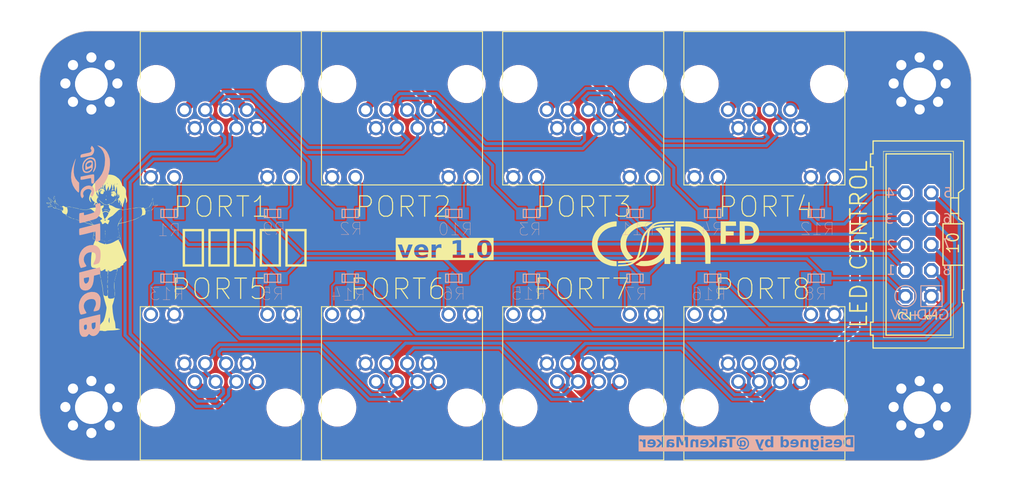
<source format=kicad_pcb>
(kicad_pcb (version 20221018) (generator pcbnew)
  (layers (0 "F.Cu" signal) (31 "B.Cu" signal) (34 "B.Paste" user) (35 "F.Paste" user) (36 "B.SilkS" user "B.Silkscreen") (37 "F.SilkS" user "F.Silkscreen") (38 "B.Mask" user) (39 "F.Mask" user) (44 "Edge.Cuts" user))
  (net 0 "")
  (net 1 "+5V")
  (net 2 "GND")
  (net 3 "N$2")
  (net 4 "N$1")
  (net 5 "N$3")
  (net 6 "N$4")
  (net 7 "N$5")
  (net 8 "N$6")
  (net 9 "N$7")
  (net 10 "N$8")
  (net 11 "N$9")
  (net 12 "LED1")
  (net 13 "N$10")
  (net 14 "N$11")
  (net 15 "N$12")
  (net 16 "N$13")
  (net 17 "N$14")
  (net 18 "N$15")
  (net 19 "N$16")
  (net 20 "LED2")
  (net 21 "LED3")
  (net 22 "LED4")
  (net 23 "LED5")
  (net 24 "LED6")
  (net 25 "LED7")
  (net 26 "LED8")
  (net 27 "CAN_L-")
  (net 28 "CAN_H+")
  (footprint "CANFD_HUB:3,2" (layer "F.Cu") (at 189.1511 120.8786)
    (fp_text reference "H4" hide)
    (fp_text value "MOUNT-HOLE3.2(NORESIST)" hide)
  )
  (footprint "CANFD_HUB:MTJ-88ARX1-LH" (layer "F.Cu") (at 162.4811 89.1286 180)
    (fp_text reference "PORT3")
    (fp_text value "MTJ-88ARX1-LH")
  )
  (footprint "CANFD_HUB:3,2" (layer "F.Cu") (at 107.8711 120.8786)
    (fp_text reference "H3" hide)
    (fp_text value "MOUNT-HOLE3.2(NORESIST)" hide)
  )
  (footprint "CANFD_HUB:MTJ-88ARX1-LH" (layer "F.Cu") (at 126.9211 89.1286 180)
    (fp_text reference "PORT1")
    (fp_text value "MTJ-88ARX1-LH")
  )
  (footprint "CANFD_HUB:3,2" (layer "F.Cu") (at 189.1511 89.1286)
    (fp_text reference "H2" hide)
    (fp_text value "MOUNT-HOLE3.2(NORESIST)" hide)
  )
  (footprint "CANFD_HUB:MTJ-88ARX1-LH" (layer "F.Cu") (at 180.2611 89.1286 180)
    (fp_text reference "PORT4")
    (fp_text value "MTJ-88ARX1-LH")
  )
  (footprint "CANFD_HUB:Hinyata" (layer "F.Cu") (at 108.95 105.69)
    (fp_text reference "G***" hide)
    (fp_text value "LOGO" hide)
  )
  (footprint "CANFD_HUB:ML10" (layer "F.Cu") (at 189.0241 104.8766 90)
    (fp_text reference "LED CONTROL")
    (fp_text value "")
  )
  (footprint "CANFD_HUB:MTJ-88ARX1-LH" (layer "F.Cu") (at 149.7811 120.8786)
    (fp_text reference "PORT7")
    (fp_text value "MTJ-88ARX1-LH")
  )
  (footprint "CANFD_HUB:MTJ-88ARX1-LH" (layer "F.Cu") (at 144.7011 89.1286 180)
    (fp_text reference "PORT2")
    (fp_text value "MTJ-88ARX1-LH")
  )
  (footprint "CANFD_HUB:CANFD" (layer "F.Cu") (at 164.71 104.63)
    (fp_text reference "G***" hide)
    (fp_text value "LOGO" hide)
  )
  (footprint "CANFD_HUB:3,2" (layer "F.Cu") (at 107.8711 89.1286)
    (fp_text reference "H1" hide)
    (fp_text value "MOUNT-HOLE3.2(NORESIST)" hide)
  )
  (footprint "CANFD_HUB:MTJ-88ARX1-LH" (layer "F.Cu") (at 132.0011 120.8786)
    (fp_text reference "PORT6")
    (fp_text value "MTJ-88ARX1-LH")
  )
  (footprint "CANFD_HUB:MTJ-88ARX1-LH" (layer "F.Cu") (at 167.5611 120.8786)
    (fp_text reference "PORT8")
    (fp_text value "MTJ-88ARX1-LH")
  )
  (footprint "CANFD_HUB:MTJ-88ARX1-LH" (layer "F.Cu") (at 114.2211 120.8786)
    (fp_text reference "PORT5")
    (fp_text value "MTJ-88ARX1-LH")
  )
  (footprint "CANFD_HUB:CR0603" (layer "B.Cu") (at 161.2111 101.8286)
    (fp_text reference "R11" hide)
    (fp_text value "R11")
  )
  (footprint "CANFD_HUB:CR0603" (layer "B.Cu") (at 151.0511 101.8286 180)
    (fp_text reference "R3" hide)
    (fp_text value "R3")
  )
  (footprint "CANFD_HUB:CR0603" (layer "B.Cu") (at 168.8311 101.8286 180)
    (fp_text reference "R4" hide)
    (fp_text value "R4")
  )
  (footprint "CANFD_HUB:CR0603" (layer "B.Cu") (at 133.2711 101.8286 180)
    (fp_text reference "R2" hide)
    (fp_text value "R2")
  )
  (footprint "CANFD_HUB:CR0603" (layer "B.Cu") (at 125.6511 101.8286)
    (fp_text reference "R9" hide)
    (fp_text value "R9")
  )
  (footprint "CANFD_HUB:CR0603" (layer "B.Cu") (at 125.6511 108.1786)
    (fp_text reference "R5" hide)
    (fp_text value "R5")
  )
  (footprint "CANFD_HUB:CR0603" (layer "B.Cu") (at 151.0511 108.1786 180)
    (fp_text reference "R15" hide)
    (fp_text value "R15")
  )
  (footprint "CANFD_HUB:CR0603" (layer "B.Cu") (at 133.2711 108.1786 180)
    (fp_text reference "R14" hide)
    (fp_text value "R14")
  )
  (footprint "CANFD_HUB:CR0603" (layer "B.Cu") (at 161.2111 108.1786)
    (fp_text reference "R7" hide)
    (fp_text value "R7")
  )
  (footprint "CANFD_HUB:CR0603" (layer "B.Cu") (at 143.4311 108.1786)
    (fp_text reference "R6" hide)
    (fp_text value "R6")
  )
  (footprint "CANFD_HUB:CR0603" (layer "B.Cu") (at 178.9911 108.1786)
    (fp_text reference "R8" hide)
    (fp_text value "R8")
  )
  (footprint "CANFD_HUB:CR0603" (layer "B.Cu") (at 143.4311 101.8286)
    (fp_text reference "R10" hide)
    (fp_text value "R10")
  )
  (footprint "CANFD_HUB:CR0603" (layer "B.Cu") (at 115.4911 108.1786 180)
    (fp_text reference "R13" hide)
    (fp_text value "R13")
  )
  (footprint "CANFD_HUB:CR0603" (layer "B.Cu") (at 178.9911 101.8286)
    (fp_text reference "R12" hide)
    (fp_text value "R12")
  )
  (footprint "CANFD_HUB:JLCPCb_logo" (layer "B.Cu") (at 107.73 104.45 -90)
    (fp_text reference "G***" hide)
    (fp_text value "LOGO" hide)
  )
  (footprint "CANFD_HUB:CR0603" (layer "B.Cu") (at 168.8311 108.1786 180)
    (fp_text reference "R16" hide)
    (fp_text value "R16")
  )
  (footprint "CANFD_HUB:CR0603" (layer "B.Cu") (at 115.4911 101.8286 180)
    (fp_text reference "R1" hide)
    (fp_text value "R1")
  )
  (gr_rect (start 189.265 108.92) (end 191.355 110.96) (stroke (width 0.1)) (fill none) (layer "B.SilkS"))
  (gr_circle (center 187.758475 109.94) (end 188.328475 110.82) (stroke (width 0.1)) (fill none) (layer "B.SilkS"))
  (gr_line (start 194.2111 121.0856) (end 194.2111 88.9216) (stroke (width 0.05)) (layer "Edge.Cuts"))
  (gr_line (start 189.2111 83.9216) (end 107.7911 83.9216) (stroke (width 0.05)) (layer "Edge.Cuts"))
  (gr_arc (start 107.7911 126.0856) (mid 104.255566 124.621134) (end 102.7911 121.0856) (stroke (width 0.05)) (layer "Edge.Cuts"))
  (gr_line (start 107.7911 126.0856) (end 189.2111 126.0856) (stroke (width 0.05)) (layer "Edge.Cuts"))
  (gr_arc (start 189.2111 83.9216) (mid 192.746634 85.386066) (end 194.2111 88.9216) (stroke (width 0.05)) (layer "Edge.Cuts"))
  (gr_line (start 102.7911 88.9216) (end 102.7911 121.0856) (stroke (width 0.05)) (layer "Edge.Cuts"))
  (gr_arc (start 102.7911 88.9216) (mid 104.255566 85.386066) (end 107.7911 83.9216) (stroke (width 0.05)) (layer "Edge.Cuts"))
  (gr_arc (start 194.2111 121.0856) (mid 192.746634 124.621134) (end 189.2111 126.0856) (stroke (width 0.05)) (layer "Edge.Cuts"))
  (gr_text "Designed by @TakenMaker" (at 182.76 124.94) (layer "B.SilkS" knockout) (effects (font (size 1 1) (thickness 0.2) bold italic) (justify left bottom mirror)))
  (gr_text "1" (at 186.79 108.03) (layer "B.SilkS") (effects (font (size 1 1) (thickness 0.1)) (justify left bottom mirror)))
  (gr_text "5" (at 192.34 100.43) (layer "B.SilkS") (effects (font (size 1 1) (thickness 0.1)) (justify left bottom mirror)))
  (gr_text "8" (at 192.29 108.04) (layer "B.SilkS") (effects (font (size 1 1) (thickness 0.1)) (justify left bottom mirror)))
  (gr_text "7" (at 192.29 105.45) (layer "B.SilkS") (effects (font (size 1 1) (thickness 0.1)) (justify left bottom mirror)))
  (gr_text "6" (at 192.3 102.99) (layer "B.SilkS") (effects (font (size 1 1) (thickness 0.1)) (justify left bottom mirror)))
  (gr_text "2\n" (at 186.78 105.57) (layer "B.SilkS") (effects (font (size 1 1) (thickness 0.1)) (justify left bottom mirror)))
  (gr_text "3" (at 186.61 103) (layer "B.SilkS") (effects (font (size 1 1) (thickness 0.1)) (justify left bottom mirror)))
  (gr_text "4" (at 186.71 100.47) (layer "B.SilkS") (effects (font (size 1 1) (thickness 0.1)) (justify left bottom mirror)))
  (gr_text "GND" (at 192.04 112.41) (layer "B.SilkS") (effects (font (size 1 1) (thickness 0.1)) (justify left bottom mirror)))
  (gr_text "+5V" (at 189.28 112.41) (layer "B.SilkS") (effects (font (size 1 1) (thickness 0.1)) (justify left bottom mirror)))
  (gr_text "ver 1.0" (at 137.89 106.47) (layer "F.SilkS" knockout) (effects (font (size 1.7 1.7) (thickness 0.2) bold italic) (justify left bottom)))
  (gr_text "ひなたハブ" (at 116.62 106.81) (layer "F.SilkS") (effects (font (size 3 3) (thickness 0.1)) (justify left bottom)))
  (segment (start 174.4161 121.3936) (end 174.4261 121.3936) (width 0.8) (layer "F.Cu") (net 1))
  (segment (start 138.8561 121.3936) (end 138.8661 121.3936) (width 0.8) (layer "F.Cu") (net 1))
  (segment (start 140.9011 90.7896) (end 140.9011 91.6686) (width 0.8) (layer "F.Cu") (net 1))
  (segment (start 156.3076 87.9221) (end 156.3216 87.9221) (width 0.8) (layer "F.Cu") (net 1))
  (segment (start 153.8451 85.4456) (end 171.6251 85.4456) (width 0.8) (layer "F.Cu") (net 1))
  (segment (start 156.3216 87.9221) (end 158.6811 90.2816) (width 0.8) (layer "F.Cu") (net 1))
  (segment (start 153.8451 85.4456) (end 156.3216 87.9221) (width 0.8) (layer "F.Cu") (net 1))
  (segment (start 171.1501 124.6696) (end 174.4261 121.3936) (width 0.8) (layer "F.Cu") (net 1))
  (segment (start 156.6461 121.3936) (end 159.7011 118.3386) (width 0.8) (layer "F.Cu") (net 1))
  (segment (start 176.4611 90.2816) (end 176.4611 91.6686) (width 0.8) (layer "F.Cu") (net 1))
  (segment (start 153.3701 124.6696) (end 156.6461 121.3936) (width 0.8) (layer "F.Cu") (net 1))
  (segment (start 152.5611 91.6686) (end 156.3076 87.9221) (width 0.8) (layer "F.Cu") (net 1))
  (segment (start 153.3701 124.6696) (end 171.1501 124.6696) (width 0.8) (layer "F.Cu") (net 1))
  (segment (start 182.8011 113.0186) (end 182.8011 109.9566) (width 0.8) (layer "F.Cu") (net 1))
  (segment (start 135.5571 85.4456) (end 138.2241 88.1126) (width 0.8) (layer "F.Cu") (net 1))
  (segment (start 138.8661 121.3936) (end 141.9211 118.3386) (width 0.8) (layer "F.Cu") (net 1))
  (segment (start 135.5571 85.4456) (end 153.8451 85.4456) (width 0.8) (layer "F.Cu") (net 1))
  (segment (start 135.8011 118.3386) (end 138.8561 121.3936) (width 0.8) (layer "F.Cu") (net 1))
  (segment (start 171.3611 118.3386) (end 174.4161 121.3936) (width 0.8) (layer "F.Cu") (net 1))
  (segment (start 135.5901 124.6696) (end 138.8661 121.3936) (width 0.8) (layer "F.Cu") (net 1))
  (segment (start 124.3521 124.6696) (end 135.5901 124.6696) (width 0.8) (layer "F.Cu") (net 1))
  (segment (start 170.3411 91.6686) (end 174.0876 87.9221) (width 0.8) (layer "F.Cu") (net 1))
  (segment (start 120.0561 88.6136) (end 123.2241 85.4456) (width 0.8) (layer "F.Cu") (net 1))
  (segment (start 156.6361 121.3936) (end 156.6461 121.3936) (width 0.8) (layer "F.Cu") (net 1))
  (segment (start 121.0741 121.3916) (end 124.3521 124.6696) (width 0.8) (layer "F.Cu") (net 1))
  (segment (start 171.6251 85.4456) (end 174.1016 87.9221) (width 0.8) (layer "F.Cu") (net 1))
  (segment (start 158.6811 90.2816) (end 158.6811 91.6686) (width 0.8) (layer "F.Cu") (net 1))
  (segment (start 174.1016 87.9221) (end 176.4611 90.2816) (width 0.8) (layer "F.Cu") (net 1))
  (segment (start 174.0876 87.9221) (end 174.1016 87.9221) (width 0.8) (layer "F.Cu") (net 1))
  (segment (start 153.5811 118.3386) (end 156.6361 121.3936) (width 0.8) (layer "F.Cu") (net 1))
  (segment (start 134.7811 91.5556) (end 138.2241 88.1126) (width 0.8) (layer "F.Cu") (net 1))
  (segment (start 124.1411 118.3386) (end 121.0881 121.3916) (width 0.8) (layer "F.Cu") (net 1))
  (segment (start 121.0881 121.3916) (end 121.0741 121.3916) (width 0.8) (layer "F.Cu") (net 1))
  (segment (start 135.5901 124.6696) (end 153.3701 124.6696) (width 0.8) (layer "F.Cu") (net 1))
  (segment (start 174.4261 121.3936) (end 177.4811 118.3386) (width 0.8) (layer "F.Cu") (net 1))
  (segment (start 138.2241 88.1126) (end 140.9011 90.7896) (width 0.8) (layer "F.Cu") (net 1))
  (segment (start 182.8011 109.9566) (end 182.8011 96.6216) (width 0.8) (layer "F.Cu") (net 1))
  (segment (start 123.1211 91.6686) (end 120.0661 88.6136) (width 0.8) (layer "F.Cu") (net 1))
  (segment (start 187.7541 109.9566) (end 182.8011 109.9566) (width 0.8) (layer "F.Cu") (net 1))
  (segment (start 117.0011 91.6686) (end 120.0561 88.6136) (width 0.8) (layer "F.Cu") (net 1))
  (segment (start 123.2241 85.4456) (end 135.5571 85.4456) (width 0.8) (layer "F.Cu") (net 1))
  (segment (start 120.0661 88.6136) (end 120.0561 88.6136) (width 0.8) (layer "F.Cu") (net 1))
  (segment (start 118.0211 118.3386) (end 121.0741 121.3916) (width 0.8) (layer "F.Cu") (net 1))
  (segment (start 177.4811 118.3386) (end 182.8011 113.0186) (width 0.8) (layer "F.Cu") (net 1))
  (segment (start 182.8011 96.6216) (end 176.4611 90.2816) (width 0.8) (layer "F.Cu") (net 1))
  (segment (start 134.7811 91.6686) (end 134.7811 91.5556) (width 0.8) (layer "F.Cu") (net 1))
  (segment (start 146.3917 106.218) (end 160.2505 106.218) (width 0.3) (layer "B.Cu") (net 1))
  (segment (start 126.6511 108.1786) (end 123.3491 104.8766) (width 0.3) (layer "B.Cu") (net 1))
  (segment (start 141.7801 91.6686) (end 140.9011 91.6686) (width 0.3) (layer "B.Cu") (net 1))
  (segment (start 128.6117 106.218) (end 142.4705 106.218) (width 0.3) (layer "B.Cu") (net 1))
  (segment (start 167.8311 101.8286) (end 165.0211 99.0186) (width 0.3) (layer "B.Cu") (net 1))
  (segment (start 129.2071 98.7646) (end 129.2071 96.753394) (width 0.3) (layer "B.Cu") (net 1))
  (segment (start 179.9911 108.1786) (end 185.9761 108.1786) (width 0.3) (layer "B.Cu") (net 1))
  (segment (start 123.3491 104.8766) (end 117.3961 104.8766) (width 0.3) (layer "B.Cu") (net 1))
  (segment (start 178.0861 106.2736) (end 179.9911 108.1786) (width 0.3) (layer "B.Cu") (net 1))
  (segment (start 147.2411 97.1296) (end 141.7801 91.6686) (width 0.3) (layer "B.Cu") (net 1))
  (segment (start 150.0511 101.8286) (end 147.2411 99.0186) (width 0.3) (layer "B.Cu") (net 1))
  (segment (start 124.122306 91.6686) (end 123.1211 91.6686) (width 0.3) (layer "B.Cu") (net 1))
  (segment (start 142.4705 106.218) (end 144.4311 108.1786) (width 0.3) (layer "B.Cu") (net 1))
  (segment (start 144.4311 108.1786) (end 146.3917 106.218) (width 0.3) (layer "B.Cu") (net 1))
  (segment (start 147.2411 99.0186) (end 147.2411 97.1296) (width 0.3) (layer "B.Cu") (net 1))
  (segment (start 164.1161 106.2736) (end 178.0861 106.2736) (width 0.3) (layer "B.Cu") (net 1))
  (segment (start 165.0211 97.345332) (end 159.344368 91.6686) (width 0.3) (layer "B.Cu") (net 1))
  (segment (start 162.2111 108.1786) (end 164.1161 106.2736) (width 0.3) (layer "B.Cu") (net 1))
  (segment (start 165.0211 99.0186) (end 165.0211 97.345332) (width 0.3) (layer "B.Cu") (net 1))
  (segment (start 159.344368 91.6686) (end 158.6811 91.6686) (width 0.3) (layer "B.Cu") (net 1))
  (segment (start 114.4911 101.9716) (end 114.4911 101.8286) (width 0.3) (layer "B.Cu") (net 1))
  (segment (start 129.2071 96.753394) (end 124.122306 91.6686) (width 0.3) (layer "B.Cu") (net 1))
  (segment (start 117.3961 104.8766) (end 114.4911 101.9716) (width 0.3) (layer "B.Cu") (net 1))
  (segment (start 185.9761 108.1786) (end 187.7541 109.9566) (width 0.3) (layer "B.Cu") (net 1))
  (segment (start 126.6511 108.1786) (end 128.6117 106.218) (width 0.3) (layer "B.Cu") (net 1))
  (segment (start 132.2711 101.8286) (end 129.2071 98.7646) (width 0.3) (layer "B.Cu") (net 1))
  (segment (start 160.2505 106.218) (end 162.2111 108.1786) (width 0.3) (layer "B.Cu") (net 1))
  (via (at 109.675493 119.016207) (size 1.4064) (drill 1) (layers "F.Cu" "B.Cu") (net 2))
  (via (at 187.346706 90.874994) (size 1.4064) (drill 1) (layers "F.Cu" "B.Cu") (net 2))
  (via (at 189.1511 118.2688) (size 1.4064) (drill 1) (layers "F.Cu" "B.Cu") (net 2))
  (via (at 110.4229 120.8206) (size 1.4064) (drill 1) (layers "F.Cu" "B.Cu") (net 2))
  (via (at 189.1511 123.3724) (size 1.4064) (drill 1) (layers "F.Cu" "B.Cu") (net 2))
  (via (at 107.8711 86.5188) (size 1.4064) (drill 1) (layers "F.Cu" "B.Cu") (net 2))
  (via (at 186.5993 120.8206) (size 1.4064) (drill 1) (layers "F.Cu" "B.Cu") (net 2))
  (via (at 191.7029 120.8206) (size 1.4064) (drill 1) (layers "F.Cu" "B.Cu") (net 2))
  (via (at 190.955493 122.624994) (size 1.4064) (drill 1) (layers "F.Cu" "B.Cu") (net 2))
  (via (at 109.675493 87.266207) (size 1.4064) (drill 1) (layers "F.Cu" "B.Cu") (net 2))
  (via (at 107.8711 118.2688) (size 1.4064) (drill 1) (layers "F.Cu" "B.Cu") (net 2))
  (via (at 107.8711 123.3724) (size 1.4064) (drill 1) (layers "F.Cu" "B.Cu") (net 2))
  (via (at 191.7029 89.0706) (size 1.4064) (drill 1) (layers "F.Cu" "B.Cu") (net 2))
  (via (at 109.675493 122.624994) (size 1.4064) (drill 1) (layers "F.Cu" "B.Cu") (net 2))
  (via (at 107.8711 91.6224) (size 1.4064) (drill 1) (layers "F.Cu" "B.Cu") (net 2))
  (via (at 189.1511 86.5188) (size 1.4064) (drill 1) (layers "F.Cu" "B.Cu") (net 2))
  (via (at 187.346706 87.266207) (size 1.4064) (drill 1) (layers "F.Cu" "B.Cu") (net 2))
  (via (at 190.955493 87.266207) (size 1.4064) (drill 1) (layers "F.Cu" "B.Cu") (net 2))
  (via (at 106.066706 119.016207) (size 1.4064) (drill 1) (layers "F.Cu" "B.Cu") (net 2))
  (via (at 106.066706 122.624994) (size 1.4064) (drill 1) (layers "F.Cu" "B.Cu") (net 2))
  (via (at 186.5993 89.0706) (size 1.4064) (drill 1) (layers "F.Cu" "B.Cu") (net 2))
  (via (at 189.1511 91.6224) (size 1.4064) (drill 1) (layers "F.Cu" "B.Cu") (net 2))
  (via (at 105.3193 89.0706) (size 1.4064) (drill 1) (layers "F.Cu" "B.Cu") (net 2))
  (via (at 190.955493 119.016207) (size 1.4064) (drill 1) (layers "F.Cu" "B.Cu") (net 2))
  (via (at 190.955493 90.874994) (size 1.4064) (drill 1) (layers "F.Cu" "B.Cu") (net 2))
  (via (at 106.066706 90.874994) (size 1.4064) (drill 1) (layers "F.Cu" "B.Cu") (net 2))
  (via (at 187.346706 122.624994) (size 1.4064) (drill 1) (layers "F.Cu" "B.Cu") (net 2))
  (via (at 109.675493 90.874994) (size 1.4064) (drill 1) (layers "F.Cu" "B.Cu") (net 2))
  (via (at 187.346706 119.016207) (size 1.4064) (drill 1) (layers "F.Cu" "B.Cu") (net 2))
  (via (at 110.4229 89.0706) (size 1.4064) (drill 1) (layers "F.Cu" "B.Cu") (net 2))
  (via (at 106.066706 87.266207) (size 1.4064) (drill 1) (layers "F.Cu" "B.Cu") (net 2))
  (via (at 105.3193 120.8206) (size 1.4064) (drill 1) (layers "F.Cu" "B.Cu") (net 2))
  (segment (start 116.4911 98.7586) (end 116.0011 98.2686) (width 0.2) (layer "B.Cu") (net 3))
  (segment (start 116.4911 101.8286) (end 116.4911 98.7586) (width 0.2) (layer "B.Cu") (net 3))
  (segment (start 134.2711 98.7586) (end 133.7811 98.2686) (width 0.2) (layer "B.Cu") (net 4))
  (segment (start 134.2711 101.8286) (end 134.2711 98.7586) (width 0.2) (layer "B.Cu") (net 4))
  (segment (start 152.0511 98.7586) (end 151.5611 98.2686) (width 0.2) (layer "B.Cu") (net 5))
  (segment (start 152.0511 101.8286) (end 152.0511 98.7586) (width 0.2) (layer "B.Cu") (net 5))
  (segment (start 169.8311 101.8286) (end 169.8311 98.7586) (width 0.2) (layer "B.Cu") (net 6))
  (segment (start 169.8311 98.7586) (end 169.3411 98.2686) (width 0.2) (layer "B.Cu") (net 6))
  (segment (start 124.6511 108.1786) (end 124.6511 111.2486) (width 0.2) (layer "B.Cu") (net 7))
  (segment (start 124.6511 111.2486) (end 125.1411 111.7386) (width 0.2) (layer "B.Cu") (net 7))
  (segment (start 142.4311 108.1786) (end 142.4311 111.2486) (width 0.2) (layer "B.Cu") (net 8))
  (segment (start 142.4311 111.2486) (end 142.9211 111.7386) (width 0.2) (layer "B.Cu") (net 8))
  (segment (start 160.2111 108.1786) (end 160.2111 111.2486) (width 0.2) (layer "B.Cu") (net 9))
  (segment (start 160.2111 111.2486) (end 160.7011 111.7386) (width 0.2) (layer "B.Cu") (net 9))
  (segment (start 177.9911 108.1786) (end 177.9911 111.2486) (width 0.2) (layer "B.Cu") (net 10))
  (segment (start 177.9911 111.2486) (end 178.4811 111.7386) (width 0.2) (layer "B.Cu") (net 10))
  (segment (start 127.4311 101.0486) (end 126.6511 101.8286) (width 0.2) (layer "B.Cu") (net 11))
  (segment (start 127.4311 98.2686) (end 127.4311 101.0486) (width 0.2) (layer "B.Cu") (net 11))
  (segment (start 124.6511 101.8286) (end 128.5881 105.7656) (width 0.3) (layer "B.Cu") (net 12))
  (segment (start 186.1031 105.7656) (end 187.7541 107.4166) (width 0.3) (layer "B.Cu") (net 12))
  (segment (start 128.5881 105.7656) (end 186.1031 105.7656) (width 0.3) (layer "B.Cu") (net 12))
  (segment (start 144.4311 101.8286) (end 144.4311 99.0486) (width 0.2) (layer "B.Cu") (net 13))
  (segment (start 144.4311 99.0486) (end 145.2111 98.2686) (width 0.2) (layer "B.Cu") (net 13))
  (segment (start 162.9911 101.0486) (end 162.2111 101.8286) (width 0.2) (layer "B.Cu") (net 14))
  (segment (start 162.9911 98.2686) (end 162.9911 101.0486) (width 0.2) (layer "B.Cu") (net 14))
  (segment (start 179.9911 101.8286) (end 179.9911 99.0486) (width 0.2) (layer "B.Cu") (net 15))
  (segment (start 179.9911 99.0486) (end 180.7711 98.2686) (width 0.2) (layer "B.Cu") (net 15))
  (segment (start 113.7111 108.9586) (end 113.7111 111.7386) (width 0.2) (layer "B.Cu") (net 16))
  (segment (start 114.4911 108.1786) (end 113.7111 108.9586) (width 0.2) (layer "B.Cu") (net 16))
  (segment (start 131.4911 108.9586) (end 131.4911 111.7386) (width 0.2) (layer "B.Cu") (net 17))
  (segment (start 132.2711 108.1786) (end 131.4911 108.9586) (width 0.2) (layer "B.Cu") (net 17))
  (segment (start 149.2711 108.9586) (end 149.2711 111.7386) (width 0.2) (layer "B.Cu") (net 18))
  (segment (start 150.0511 108.1786) (end 149.2711 108.9586) (width 0.2) (layer "B.Cu") (net 18))
  (segment (start 167.8311 108.1786) (end 167.0511 108.9586) (width 0.2) (layer "B.Cu") (net 19))
  (segment (start 167.0511 108.9586) (end 167.0511 111.7386) (width 0.2) (layer "B.Cu") (net 19))
  (segment (start 142.4311 102.0986) (end 145.1535 104.821) (width 0.3) (layer "B.Cu") (net 20))
  (segment (start 187.6985 104.821) (end 187.7541 104.8766) (width 0.3) (layer "B.Cu") (net 20))
  (segment (start 142.4311 101.8286) (end 142.4311 102.0986) (width 0.3) (layer "B.Cu") (net 20))
  (segment (start 145.1535 104.821) (end 187.6985 104.821) (width 0.3) (layer "B.Cu") (net 20))
  (segment (start 184.0711 102.3366) (end 182.5471 103.8606) (width 0.3) (layer "B.Cu") (net 21))
  (segment (start 162.2431 103.8606) (end 160.2111 101.8286) (width 0.3) (layer "B.Cu") (net 21))
  (segment (start 187.7541 102.3366) (end 184.0711 102.3366) (width 0.3) (layer "B.Cu") (net 21))
  (segment (start 182.5471 103.8606) (end 162.2431 103.8606) (width 0.3) (layer "B.Cu") (net 21))
  (segment (start 177.9911 101.8286) (end 177.9911 101.864257) (width 0.3) (layer "B.Cu") (net 22))
  (segment (start 178.984843 102.858) (end 177.9911 101.864257) (width 0.3) (layer "B.Cu") (net 22))
  (segment (start 178.984843 102.858) (end 181.7717 102.858) (width 0.3) (layer "B.Cu") (net 22))
  (segment (start 181.7717 102.858) (end 184.8331 99.7966) (width 0.3) (layer "B.Cu") (net 22))
  (segment (start 184.8331 99.7966) (end 187.7541 99.7966) (width 0.3) (layer "B.Cu") (net 22))
  (segment (start 193.0325 110.788582) (end 189.713281 114.1078) (width 0.3) (layer "B.Cu") (net 23))
  (segment (start 122.4203 114.1078) (end 116.4911 108.1786) (width 0.3) (layer "B.Cu") (net 23))
  (segment (start 193.0325 102.535) (end 193.0325 110.788582) (width 0.3) (layer "B.Cu") (net 23))
  (segment (start 190.2941 99.7966) (end 193.0325 102.535) (width 0.3) (layer "B.Cu") (net 23))
  (segment (start 189.713281 114.1078) (end 122.4203 114.1078) (width 0.3) (layer "B.Cu") (net 23))
  (segment (start 192.5801 110.601188) (end 192.5801 104.6226) (width 0.3) (layer "B.Cu") (net 24))
  (segment (start 139.7479 113.6554) (end 189.525887 113.6554) (width 0.3) (layer "B.Cu") (net 24))
  (segment (start 189.525887 113.6554) (end 192.5801 110.601188) (width 0.3) (layer "B.Cu") (net 24))
  (segment (start 134.2711 108.1786) (end 139.7479 113.6554) (width 0.3) (layer "B.Cu") (net 24))
  (segment (start 192.5801 104.6226) (end 190.2941 102.3366) (width 0.3) (layer "B.Cu") (net 24))
  (segment (start 189.338493 113.203) (end 157.0755 113.203) (width 0.3) (layer "B.Cu") (net 25))
  (segment (start 192.0165 110.524994) (end 189.338493 113.203) (width 0.3) (layer "B.Cu") (net 25))
  (segment (start 190.2941 104.8766) (end 192.0165 106.599) (width 0.3) (layer "B.Cu") (net 25))
  (segment (start 157.0755 113.203) (end 152.0511 108.1786) (width 0.3) (layer "B.Cu") (net 25))
  (segment (start 192.0165 106.599) (end 192.0165 110.524994) (width 0.3) (layer "B.Cu") (net 25))
  (segment (start 191.4371 110.4646) (end 189.1511 112.7506) (width 0.3) (layer "B.Cu") (net 26))
  (segment (start 191.4371 108.4326) (end 191.4371 110.4646) (width 0.3) (layer "B.Cu") (net 26))
  (segment (start 190.2941 107.4166) (end 190.4211 107.4166) (width 0.3) (layer "B.Cu") (net 26))
  (segment (start 174.4031 112.7506) (end 169.8311 108.1786) (width 0.3) (layer "B.Cu") (net 26))
  (segment (start 189.1511 112.7506) (end 174.4031 112.7506) (width 0.3) (layer "B.Cu") (net 26))
  (segment (start 191.4371 108.4326) (end 190.4211 107.4166) (width 0.3) (layer "B.Cu") (net 26))
  (segment (start 137.8411 92.6886) (end 137.8411 93.4486) (width 0.3) (layer "B.Cu") (net 27))
  (segment (start 138.9861 94.5936) (end 137.8411 93.4486) (width 0.3) (layer "B.Cu") (net 27))
  (segment (start 120.9521 94.3396) (end 120.0611 93.4486) (width 0.3) (layer "B.Cu") (net 27))
  (segment (start 156.0041 115.6716) (end 156.6391 115.0366) (width 0.3) (layer "B.Cu") (net 27))
  (segment (start 120.0611 92.6886) (end 120.0611 93.4486) (width 0.3) (layer "B.Cu") (net 27))
  (segment (start 122.1011 118.3386) (end 121.0811 117.3186) (width 0.3) (layer "B.Cu") (net 27))
  (segment (start 130.233175 115.1636) (end 135.130575 120.061) (width 0.3) (layer "B.Cu") (net 27))
  (segment (start 138.2281 95.3516) (end 138.9861 94.5936) (width 0.3) (layer "B.Cu") (net 27))
  (segment (start 155.8771 94.9706) (end 156.2581 94.5896) (width 0.3) (layer "B.Cu") (net 27))
  (segment (start 157.6611 118.3386) (end 156.6411 117.3186) (width 0.3) (layer "B.Cu") (net 27))
  (segment (start 156.0041 115.9216) (end 156.0041 115.6716) (width 0.3) (layer "B.Cu") (net 27))
  (segment (start 121.0811 116.5586) (end 121.0811 116.4316) (width 0.3) (layer "B.Cu") (net 27))
  (segment (start 156.397693 89.562494) (end 158.859618 89.562494) (width 0.3) (layer "B.Cu") (net 27))
  (segment (start 111.1731 113.771394) (end 111.1731 98.570175) (width 0.3) (layer "B.Cu") (net 27))
  (segment (start 158.859618 89.562494) (end 164.013725 94.7166) (width 0.3) (layer "B.Cu") (net 27))
  (segment (start 139.514893 115.0126) (end 138.8611 115.666394) (width 0.3) (layer "B.Cu") (net 27))
  (segment (start 138.108106 90.0732) (end 141.698625 90.0732) (width 0.3) (layer "B.Cu") (net 27))
  (segment (start 138.8611 116.5586) (end 138.8611 117.3186) (width 0.3) (layer "B.Cu") (net 27))
  (segment (start 120.3885 115.739) (end 120.3885 115.4176) (width 0.3) (layer "B.Cu") (net 27))
  (segment (start 170.8027 120.061) (end 165.7783 115.0366) (width 0.3) (layer "B.Cu") (net 27))
  (segment (start 172.3811 91.6686) (end 173.4011 92.6886) (width 0.3) (layer "B.Cu") (net 27))
  (segment (start 156.2581 94.0856) (end 155.6211 93.4486) (width 0.3) (layer "B.Cu") (net 27))
  (segment (start 173.4011 92.6886) (end 173.4011 93.4486) (width 0.3) (layer "B.Cu") (net 27))
  (segment (start 121.3331 119.692025) (end 120.273525 120.7516) (width 0.3) (layer "B.Cu") (net 27))
  (segment (start 146.596025 94.9706) (end 155.8771 94.9706) (width 0.3) (layer "B.Cu") (net 27))
  (segment (start 121.0811 117.3186) (end 121.0811 116.5586) (width 0.3) (layer "B.Cu") (net 27))
  (segment (start 174.4211 117.3186) (end 174.4211 116.5586) (width 0.3) (layer "B.Cu") (net 27))
  (segment (start 138.8611 116.5586) (end 138.8611 115.666394) (width 0.3) (layer "B.Cu") (net 27))
  (segment (start 121.0811 116.4316) (end 120.3885 115.739) (width 0.3) (layer "B.Cu") (net 27))
  (segment (start 165.7783 115.0366) (end 156.6391 115.0366) (width 0.3) (layer "B.Cu") (net 27))
  (segment (start 118.153306 120.7516) (end 111.1731 113.771394) (width 0.3) (layer "B.Cu") (net 27))
  (segment (start 113.756675 95.9866) (end 119.9361 95.9866) (width 0.3) (layer "B.Cu") (net 27))
  (segment (start 129.142575 95.3516) (end 138.2281 95.3516) (width 0.3) (layer "B.Cu") (net 27))
  (segment (start 120.9521 94.9706) (end 120.9521 94.3396) (width 0.3) (layer "B.Cu") (net 27))
  (segment (start 120.273525 120.7516) (end 118.153306 120.7516) (width 0.3) (layer "B.Cu") (net 27))
  (segment (start 121.3331 119.1066) (end 121.3331 119.692025) (width 0.3) (layer "B.Cu") (net 27))
  (segment (start 157.6611 118.3386) (end 155.9387 120.061) (width 0.3) (layer "B.Cu") (net 27))
  (segment (start 137.7161 90.7736) (end 137.7161 90.465207) (width 0.3) (layer "B.Cu") (net 27))
  (segment (start 156.6411 116.5586) (end 156.0041 115.9216) (width 0.3) (layer "B.Cu") (net 27))
  (segment (start 147.9743 115.0126) (end 139.514893 115.0126) (width 0.3) (layer "B.Cu") (net 27))
  (segment (start 173.7187 120.061) (end 170.8027 120.061) (width 0.3) (layer "B.Cu") (net 27))
  (segment (start 139.8811 118.3386) (end 138.1587 120.061) (width 0.3) (layer "B.Cu") (net 27))
  (segment (start 135.130575 120.061) (end 138.1587 120.061) (width 0.3) (layer "B.Cu") (net 27))
  (segment (start 156.397693 89.562494) (end 154.6011 91.359088) (width 0.3) (layer "B.Cu") (net 27))
  (segment (start 111.1731 98.570175) (end 113.756675 95.9866) (width 0.3) (layer "B.Cu") (net 27))
  (segment (start 137.7161 90.465207) (end 138.108106 90.0732) (width 0.3) (layer "B.Cu") (net 27))
  (segment (start 155.6211 92.6886) (end 155.6211 93.4486) (width 0.3) (layer "B.Cu") (net 27))
  (segment (start 119.9361 95.9866) (end 120.9521 94.9706) (width 0.3) (layer "B.Cu") (net 27))
  (segment (start 156.2581 94.5896) (end 156.2581 94.0856) (width 0.3) (layer "B.Cu") (net 27))
  (segment (start 174.2901 94.3376) (end 173.4011 93.4486) (width 0.3) (layer "B.Cu") (net 27))
  (segment (start 136.8211 91.6686) (end 137.8411 92.6886) (width 0.3) (layer "B.Cu") (net 27))
  (segment (start 119.0411 91.6686) (end 120.0611 92.6886) (width 0.3) (layer "B.Cu") (net 27))
  (segment (start 175.4411 118.3386) (end 173.7187 120.061) (width 0.3) (layer "B.Cu") (net 27))
  (segment (start 120.3885 115.4176) (end 120.6425 115.1636) (width 0.3) (layer "B.Cu") (net 27))
  (segment (start 156.6411 117.3186) (end 156.6411 116.5586) (width 0.3) (layer "B.Cu") (net 27))
  (segment (start 123.664118 89.873144) (end 129.142575 95.3516) (width 0.3) (layer "B.Cu") (net 27))
  (segment (start 120.6425 115.1636) (end 130.233175 115.1636) (width 0.3) (layer "B.Cu") (net 27))
  (segment (start 173.9111 94.7166) (end 174.2901 94.3376) (width 0.3) (layer "B.Cu") (net 27))
  (segment (start 122.1011 118.3386) (end 121.3331 119.1066) (width 0.3) (layer "B.Cu") (net 27))
  (segment (start 153.0227 120.061) (end 147.9743 115.0126) (width 0.3) (layer "B.Cu") (net 27))
  (segment (start 164.013725 94.7166) (end 173.9111 94.7166) (width 0.3) (layer "B.Cu") (net 27))
  (segment (start 154.6011 91.6686) (end 155.6211 92.6886) (width 0.3) (layer "B.Cu") (net 27))
  (segment (start 119.0411 91.6686) (end 120.836556 89.873144) (width 0.3) (layer "B.Cu") (net 27))
  (segment (start 141.698625 90.0732) (end 146.596025 94.9706) (width 0.3) (layer "B.Cu") (net 27))
  (segment (start 175.4411 118.3386) (end 174.4211 117.3186) (width 0.3) (layer "B.Cu") (net 27))
  (segment (start 155.9387 120.061) (end 153.0227 120.061) (width 0.3) (layer "B.Cu") (net 27))
  (segment (start 154.6011 91.6686) (end 154.6011 91.359088) (width 0.3) (layer "B.Cu") (net 27))
  (segment (start 139.8811 118.3386) (end 138.8611 117.3186) (width 0.3) (layer "B.Cu") (net 27))
  (segment (start 120.836556 89.873144) (end 123.664118 89.873144) (width 0.3) (layer "B.Cu") (net 27))
  (segment (start 136.8211 91.6686) (end 137.7161 90.7736) (width 0.3) (layer "B.Cu") (net 27))
  (segment (start 173.4011 118.3386) (end 173.4011 118.7196) (width 0.3) (layer "B.Cu") (net 28))
  (segment (start 146.445906 95.460275) (end 156.079937 95.460275) (width 0.3) (layer "B.Cu") (net 28))
  (segment (start 175.4411 92.6886) (end 175.4411 93.4486) (width 0.3) (layer "B.Cu") (net 28))
  (segment (start 156.6411 91.6686) (end 157.6611 92.6886) (width 0.3) (layer "B.Cu") (net 28))
  (segment (start 141.511231 90.5256) (end 146.445906 95.460275) (width 0.3) (layer "B.Cu") (net 28))
  (segment (start 174.4211 91.6686) (end 175.4411 92.6886) (width 0.3) (layer "B.Cu") (net 28))
  (segment (start 121.4601 95.181025) (end 121.4601 94.0896) (width 0.3) (layer "B.Cu") (net 28))
  (segment (start 121.046843 90.366332) (end 123.459831 90.366332) (width 0.3) (layer "B.Cu") (net 28))
  (segment (start 121.0811 91.6686) (end 122.1011 92.6886) (width 0.3) (layer "B.Cu") (net 28))
  (segment (start 138.8611 91.6686) (end 139.8811 92.6886) (width 0.3) (layer "B.Cu") (net 28))
  (segment (start 136.8211 116.4316) (end 136.8211 116.5586) (width 0.3) (layer "B.Cu") (net 28))
  (segment (start 165.9657 114.5842) (end 156.336506 114.5842) (width 0.3) (layer "B.Cu") (net 28))
  (segment (start 156.079937 95.460275) (end 157.6611 93.879113) (width 0.3) (layer "B.Cu") (net 28))
  (segment (start 119.0411 117.3186) (end 120.0611 118.3386) (width 0.3) (layer "B.Cu") (net 28))
  (segment (start 139.8811 94.392075) (end 139.8811 93.4486) (width 0.3) (layer "B.Cu") (net 28))
  (segment (start 172.5121 119.6086) (end 170.9901 119.6086) (width 0.3) (layer "B.Cu") (net 28))
  (segment (start 138.3511 90.5256) (end 141.511231 90.5256) (width 0.3) (layer "B.Cu") (net 28))
  (segment (start 174.099618 95.171707) (end 175.4411 93.830225) (width 0.3) (layer "B.Cu") (net 28))
  (segment (start 120.437175 90.976) (end 121.046843 90.366332) (width 0.3) (layer "B.Cu") (net 28))
  (segment (start 148.1617 114.5602) (end 138.6925 114.5602) (width 0.3) (layer "B.Cu") (net 28))
  (segment (start 119.0411 116.5586) (end 119.0411 117.3186) (width 0.3) (layer "B.Cu") (net 28))
  (segment (start 156.6411 91.1626) (end 156.0755 90.597) (width 0.3) (layer "B.Cu") (net 28))
  (segment (start 158.6711 90.0176) (end 163.825206 95.171707) (width 0.3) (layer "B.Cu") (net 28))
  (segment (start 172.3811 117.3186) (end 172.3811 116.5586) (width 0.3) (layer "B.Cu") (net 28))
  (segment (start 128.938287 95.844788) (end 138.428387 95.844788) (width 0.3) (layer "B.Cu") (net 28))
  (segment (start 135.317968 119.6086) (end 137.2101 119.6086) (width 0.3) (layer "B.Cu") (net 28))
  (segment (start 123.459831 90.366332) (end 128.938287 95.844788) (width 0.3) (layer "B.Cu") (net 28))
  (segment (start 155.6211 118.3386) (end 154.3511 119.6086) (width 0.3) (layer "B.Cu") (net 28))
  (segment (start 120.0631 120.2436) (end 118.2851 120.2436) (width 0.3) (layer "B.Cu") (net 28))
  (segment (start 157.6611 93.879113) (end 157.6611 93.4486) (width 0.3) (layer "B.Cu") (net 28))
  (segment (start 156.0755 90.597) (end 156.6549 90.0176) (width 0.3) (layer "B.Cu") (net 28))
  (segment (start 170.9901 119.6086) (end 165.9657 114.5842) (width 0.3) (layer "B.Cu") (net 28))
  (segment (start 113.9671 96.4946) (end 120.146525 96.4946) (width 0.3) (layer "B.Cu") (net 28))
  (segment (start 137.8431 118.9756) (end 137.8411 118.9736) (width 0.3) (layer "B.Cu") (net 28))
  (segment (start 156.336506 114.5842) (end 154.6011 116.319607) (width 0.3) (layer "B.Cu") (net 28))
  (segment (start 173.4011 118.7196) (end 172.5121 119.6086) (width 0.3) (layer "B.Cu") (net 28))
  (segment (start 120.146525 96.4946) (end 121.4601 95.181025) (width 0.3) (layer "B.Cu") (net 28))
  (segment (start 138.1685 90.976) (end 138.1685 90.7082) (width 0.3) (layer "B.Cu") (net 28))
  (segment (start 138.1685 90.7082) (end 138.3511 90.5256) (width 0.3) (layer "B.Cu") (net 28))
  (segment (start 136.8211 116.5586) (end 136.8211 117.3186) (width 0.3) (layer "B.Cu") (net 28))
  (segment (start 154.6011 117.3186) (end 154.6011 116.5586) (width 0.3) (layer "B.Cu") (net 28))
  (segment (start 137.8411 118.9736) (end 137.8411 118.3386) (width 0.3) (layer "B.Cu") (net 28))
  (segment (start 138.6925 114.5602) (end 136.8211 116.4316) (width 0.3) (layer "B.Cu") (net 28))
  (segment (start 111.6811 113.6396) (end 111.6811 98.7806) (width 0.3) (layer "B.Cu") (net 28))
  (segment (start 138.428387 95.844788) (end 139.8811 94.392075) (width 0.3) (layer "B.Cu") (net 28))
  (segment (start 173.4011 118.3386) (end 172.3811 117.3186) (width 0.3) (layer "B.Cu") (net 28))
  (segment (start 120.8251 119.4816) (end 120.0631 120.2436) (width 0.3) (layer "B.Cu") (net 28))
  (segment (start 155.6211 118.3386) (end 154.6011 117.3186) (width 0.3) (layer "B.Cu") (net 28))
  (segment (start 138.8611 91.6686) (end 138.1685 90.976) (width 0.3) (layer "B.Cu") (net 28))
  (segment (start 153.2101 119.6086) (end 148.1617 114.5602) (width 0.3) (layer "B.Cu") (net 28))
  (segment (start 163.825206 95.171707) (end 174.099618 95.171707) (width 0.3) (layer "B.Cu") (net 28))
  (segment (start 120.437175 91.024675) (end 120.437175 90.976) (width 0.3) (layer "B.Cu") (net 28))
  (segment (start 119.9361 115.230207) (end 120.455106 114.7112) (width 0.3) (layer "B.Cu") (net 28))
  (segment (start 137.2101 119.6086) (end 137.8431 118.9756) (width 0.3) (layer "B.Cu") (net 28))
  (segment (start 136.8211 117.3186) (end 137.8411 118.3386) (width 0.3) (layer "B.Cu") (net 28))
  (segment (start 120.8251 119.1026) (end 120.8251 119.4816) (width 0.3) (layer "B.Cu") (net 28))
  (segment (start 121.0811 91.6686) (end 120.437175 91.024675) (width 0.3) (layer "B.Cu") (net 28))
  (segment (start 119.9361 115.6636) (end 119.9361 115.230207) (width 0.3) (layer "B.Cu") (net 28))
  (segment (start 120.0611 118.3386) (end 120.8251 119.1026) (width 0.3) (layer "B.Cu") (net 28))
  (segment (start 122.1011 92.6886) (end 122.1011 93.4486) (width 0.3) (layer "B.Cu") (net 28))
  (segment (start 156.6549 90.0176) (end 158.6711 90.0176) (width 0.3) (layer "B.Cu") (net 28))
  (segment (start 119.0411 116.5586) (end 119.9361 115.6636) (width 0.3) (layer "B.Cu") (net 28))
  (segment (start 111.6811 98.7806) (end 113.9671 96.4946) (width 0.3) (layer "B.Cu") (net 28))
  (segment (start 154.6011 116.319607) (end 154.6011 116.5586) (width 0.3) (layer "B.Cu") (net 28))
  (segment (start 130.420568 114.7112) (end 135.317968 119.6086) (width 0.3) (layer "B.Cu") (net 28))
  (segment (start 157.6611 92.6886) (end 157.6611 93.4486) (width 0.3) (layer "B.Cu") (net 28))
  (segment (start 121.4601 94.0896) (end 122.1011 93.4486) (width 0.3) (layer "B.Cu") (net 28))
  (segment (start 120.455106 114.7112) (end 130.420568 114.7112) (width 0.3) (layer "B.Cu") (net 28))
  (segment (start 118.2851 120.2436) (end 111.6811 113.6396) (width 0.3) (layer "B.Cu") (net 28))
  (segment (start 175.4411 93.830225) (end 175.4411 93.4486) (width 0.3) (layer "B.Cu") (net 28))
  (segment (start 156.6411 91.6686) (end 156.6411 91.1626) (width 0.3) (layer "B.Cu") (net 28))
  (segment (start 139.8811 92.6886) (end 139.8811 93.4486) (width 0.3) (layer "B.Cu") (net 28))
  (segment (start 154.3511 119.6086) (end 153.2101 119.6086) (width 0.3) (layer "B.Cu") (net 28))
  (zone (net 2) (net_name "GND") (layer "F.Cu") (priority 6) (connect_pads (clearance 0.000001)) (min_thickness 0.0762) (fill yes (thermal_gap 0.2024) (thermal_bridge_width 0.2024))
    (polygon (pts (xy 198.1173 128.5748) (xy 98.9049 128.5748) (xy 98.9049 80.8824) (xy 198.1173 80.8824)))
  )
  (zone (net 0) (net_name "") (layer "F.Cu") (connect_pads (clearance 0)) (min_thickness 0.25)
    (keepout (tracks allowed) (vias allowed) (pads allowed) (copperpour not_allowed) (footprints allowed))
    (fill (thermal_gap 0.5) (thermal_bridge_width 0.5))
    (polygon (pts (xy 123.08 83.26) (xy 123.09 85.53) (xy 171.8 85.35) (xy 171.8 83.51)))
  )
  (zone (net 0) (net_name "") (layer "F.Cu") (connect_pads (clearance 0)) (min_thickness 0.25)
    (keepout (tracks allowed) (vias allowed) (pads allowed) (copperpour not_allowed) (footprints allowed))
    (fill (thermal_gap 0.5) (thermal_bridge_width 0.5))
    (polygon (pts (xy 124.25 124.76) (xy 124.25 126.84) (xy 171.28 127.02) (xy 171.29 124.74)))
  )
  (zone (net 0) (net_name "") (layer "B.Cu") (connect_pads (clearance 0)) (min_thickness 0.25)
    (keepout (tracks allowed) (vias allowed) (pads allowed) (copperpour not_allowed) (footprints allowed))
    (fill (thermal_gap 0.5) (thermal_bridge_width 0.5))
    (polygon (pts (xy 125.28 107.1) (xy 124.86 107.57) (xy 125.22 107.84) (xy 125.57 107.44)))
  )
  (zone (net 0) (net_name "") (layer "B.Cu") (connect_pads (clearance 0)) (min_thickness 0.25)
    (keepout (tracks allowed) (vias allowed) (pads allowed) (copperpour not_allowed) (footprints allowed))
    (fill (thermal_gap 0.5) (thermal_bridge_width 0.5))
    (polygon (pts (xy 143.14 107.07) (xy 142.67 107.56) (xy 142.98 107.8) (xy 143.41 107.36)))
  )
  (zone (net 0) (net_name "") (layer "B.Cu") (connect_pads (clearance 0)) (min_thickness 0.25)
    (keepout (tracks allowed) (vias allowed) (pads allowed) (copperpour not_allowed) (footprints allowed))
    (fill (thermal_gap 0.5) (thermal_bridge_width 0.5))
    (polygon (pts (xy 173.77 91.39) (xy 173.04 91.39) (xy 173.09 92.05) (xy 173.71 92.05)))
  )
  (zone (net 0) (net_name "") (layer "B.Cu") (connect_pads (clearance 0)) (min_thickness 0.25)
    (keepout (tracks allowed) (vias allowed) (pads allowed) (copperpour not_allowed) (footprints allowed))
    (fill (thermal_gap 0.5) (thermal_bridge_width 0.5))
    (polygon (pts (xy 182.69 104.75) (xy 162.2 104.75) (xy 162.21 103.9) (xy 182.69 103.9)))
  )
  (zone (net 0) (net_name "") (layer "B.Cu") (connect_pads (clearance 0)) (min_thickness 0.25)
    (keepout (tracks allowed) (vias allowed) (pads allowed) (copperpour not_allowed) (footprints allowed))
    (fill (thermal_gap 0.5) (thermal_bridge_width 0.5))
    (polygon (pts (xy 163.9 95.39) (xy 163.49 95.79) (xy 163.15 95.46) (xy 163.95 95.37)))
  )
  (zone (net 0) (net_name "") (layer "B.Cu") (connect_pads (clearance 0)) (min_thickness 0.25)
    (keepout (tracks allowed) (vias allowed) (pads allowed) (copperpour not_allowed) (footprints allowed))
    (fill (thermal_gap 0.5) (thermal_bridge_width 0.5))
    (polygon (pts (xy 184.55 102.15) (xy 182.56 102.15) (xy 183.54 102.96)))
  )
  (zone (net 0) (net_name "") (layer "B.Cu") (connect_pads (clearance 0)) (min_thickness 0.25)
    (keepout (tracks allowed) (vias allowed) (pads allowed) (copperpour not_allowed) (footprints allowed))
    (fill (thermal_gap 0.5) (thermal_bridge_width 0.5))
    (polygon (pts (xy 190.71 107.57) (xy 190.71 100.35) (xy 193.03 102.47) (xy 193.03 109.08) (xy 191.42 108.43)))
  )
  (zone (net 0) (net_name "") (layer "B.Cu") (connect_pads (clearance 0)) (min_thickness 0.25)
    (keepout (tracks allowed) (vias allowed) (pads allowed) (copperpour not_allowed) (footprints allowed))
    (fill (thermal_gap 0.5) (thermal_bridge_width 0.5))
    (polygon (pts (xy 178.53 102.65) (xy 178.53 103.72) (xy 179.34 103.72) (xy 179.34 102.65)))
  )
  (zone (net 0) (net_name "") (layer "B.Cu") (connect_pads (clearance 0)) (min_thickness 0.25)
    (keepout (tracks allowed) (vias allowed) (pads allowed) (copperpour not_allowed) (footprints allowed))
    (fill (thermal_gap 0.5) (thermal_bridge_width 0.5))
    (polygon (pts (xy 178.71 107.24) (xy 178.34 107.6) (xy 178.53 107.74) (xy 178.89 107.39) (xy 178.72 107.24)))
  )
  (zone (net 2) (net_name "GND") (layer "B.Cu") (priority 6) (connect_pads (clearance 0.000001)) (min_thickness 0.0762) (fill yes (thermal_gap 0.2024) (thermal_bridge_width 0.2024))
    (polygon (pts (xy 199.3873 128.5748) (xy 98.9049 128.5748) (xy 98.9049 81.4324) (xy 199.3873 81.4324)))
  )
  (zone (net 0) (net_name "") (layer "B.Cu") (connect_pads (clearance 0)) (min_thickness 0.25)
    (keepout (tracks allowed) (vias allowed) (pads allowed) (copperpour not_allowed) (footprints allowed))
    (fill (thermal_gap 0.5) (thermal_bridge_width 0.5))
    (polygon (pts (xy 186.89 105.08) (xy 186.28 105.79) (xy 145.13 105.75) (xy 145.13 104.83) (xy 186.89 104.83)))
  )
)
</source>
